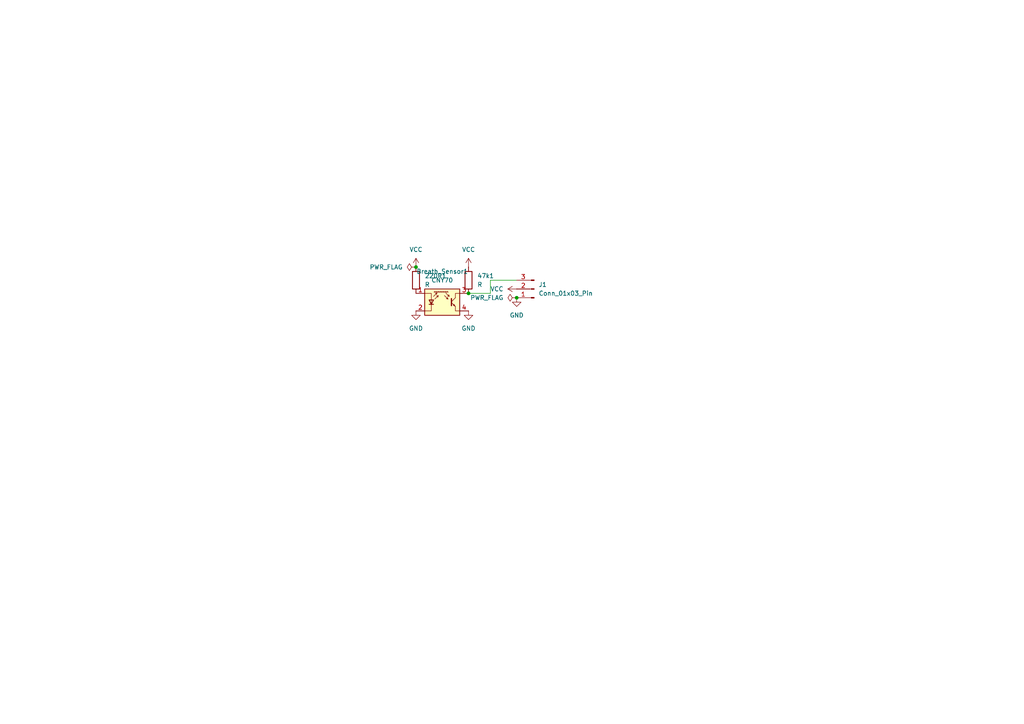
<source format=kicad_sch>
(kicad_sch (version 20231120) (generator "eeschema") (generator_version "8.0")
  (paper "A4")
  (lib_symbols
    (symbol "Connector:Conn_01x03_Pin" (pin_names (offset 1.016) hide)
      (property "Reference" "J" (at 0 5.08 0))
      (property "Value" "Conn_01x03_Pin" (at 0 -5.08 0))
      (symbol "Conn_01x03_Pin_1_1"
        (polyline (pts (xy 1.27 -2.54) (xy 0.8636 -2.54)) (stroke (width 0.1524)))
        (polyline (pts (xy 1.27 0) (xy 0.8636 0)) (stroke (width 0.1524)))
        (polyline (pts (xy 1.27 2.54) (xy 0.8636 2.54)) (stroke (width 0.1524)))
        (rectangle (start 0.8636 -2.413) (end 0 -2.667) (stroke (width 0.1524)) (fill (type outline)))
        (rectangle (start 0.8636 0.127) (end 0 -0.127) (stroke (width 0.1524)) (fill (type outline)))
        (rectangle (start 0.8636 2.667) (end 0 2.413) (stroke (width 0.1524)) (fill (type outline)))
        (pin passive line (at 5.08 2.54 180) (length 3.81) (name "Pin_1") (number "1"))
        (pin passive line (at 5.08 0 180) (length 3.81) (name "Pin_2") (number "2"))
        (pin passive line (at 5.08 -2.54 180) (length 3.81) (name "Pin_3") (number "3"))
      )
    )
    (symbol "Device:R" (pin_numbers hide) (pin_names (offset 0))
      (property "Reference" "R" (at 2.032 0 90))
      (property "Value" "R" (at 0 0 90))
      (symbol "R_0_1"
        (rectangle (start -1.016 -2.54) (end 1.016 2.54) (stroke (width 0.254)))
      )
      (symbol "R_1_1"
        (pin passive line (at 0 3.81 270) (length 1.27) (name "~") (number "1"))
        (pin passive line (at 0 -3.81 90) (length 1.27) (name "~") (number "2"))
      )
    )
    (symbol "Sensor_Proximity:CNY70" (pin_names (offset 1.016) hide)
      (property "Reference" "U" (at -5.08 5.08 0))
      (property "Value" "CNY70" (at 5.08 5.08 0))
      (symbol "CNY70_0_1"
        (polyline (pts (xy -3.81 -0.635) (xy -2.54 -0.635)) (stroke (width 0.254)))
        (polyline (pts (xy -2.286 2.921) (xy -2.032 3.175)))
        (polyline (pts (xy -1.778 2.921) (xy -1.524 3.175)))
        (polyline (pts (xy -1.524 2.667) (xy -1.651 2.159)))
        (polyline (pts (xy -1.27 2.921) (xy -1.016 3.175)))
        (polyline (pts (xy -1.143 1.905) (xy -1.27 1.397)))
        (polyline (pts (xy -0.762 2.921) (xy -0.508 3.175)))
        (polyline (pts (xy -0.254 2.921) (xy 0 3.175)))
        (polyline (pts (xy 0.254 2.921) (xy 0.508 3.175)))
        (polyline (pts (xy 0.762 2.921) (xy 1.016 3.175)))
        (polyline (pts (xy 1.27 2.921) (xy 1.524 3.175)))
        (polyline (pts (xy 1.651 0.889) (xy 1.143 1.016)))
        (polyline (pts (xy 1.778 2.921) (xy -2.413 2.921)))
        (polyline (pts (xy 2.032 1.651) (xy 1.524 1.778)))
        (polyline (pts (xy 2.667 -0.127) (xy 3.81 -1.27)))
        (polyline (pts (xy 2.667 0.127) (xy 3.81 1.27)))
        (polyline (pts (xy -2.54 1.651) (xy -1.524 2.667) (xy -2.032 2.54)))
        (polyline (pts (xy -2.159 0.889) (xy -1.143 1.905) (xy -1.651 1.778)))
        (polyline (pts (xy 0.635 1.905) (xy 1.651 0.889) (xy 1.524 1.397)))
        (polyline (pts (xy 1.016 2.667) (xy 2.032 1.651) (xy 1.905 2.159)))
        (polyline (pts (xy 2.667 1.016) (xy 2.667 -1.016) (xy 2.667 -1.016)) (stroke (width 0.3556)))
        (polyline (pts (xy 3.81 -1.27) (xy 3.81 -2.54) (xy 5.08 -2.54)))
        (polyline (pts (xy 3.81 1.27) (xy 3.81 2.54) (xy 5.08 2.54)))
        (polyline (pts (xy -5.08 -2.54) (xy -3.175 -2.54) (xy -3.175 2.54) (xy -5.08 2.54)))
        (polyline (pts (xy -3.175 -0.635) (xy -3.81 0.635) (xy -2.54 0.635) (xy -3.175 -0.635)) (stroke (width 0.254)))
        (polyline (pts (xy 3.683 -1.143) (xy 3.429 -0.635) (xy 3.175 -0.889) (xy 3.683 -1.143)))
        (polyline (pts (xy -5.08 -3.81) (xy 5.08 -3.81) (xy 5.08 3.81) (xy -5.08 3.81) (xy -5.08 -3.81)) (stroke (width 0.254)) (fill (type background)))
      )
      (symbol "CNY70_1_1"
        (pin passive line (at -7.62 2.54 0) (length 2.54) (name "A") (number "1"))
        (pin passive line (at -7.62 -2.54 0) (length 2.54) (name "K") (number "2"))
        (pin open_collector line (at 7.62 2.54 180) (length 2.54) (name "C") (number "3"))
        (pin open_emitter line (at 7.62 -2.54 180) (length 2.54) (name "E") (number "4"))
      )
    )
    (symbol "power:GND" (power) (pin_numbers hide) (pin_names (offset 0) hide)
      (property "Value" "GND" (at 0 -3.81 0))
      (symbol "GND_0_1"
        (polyline (pts (xy 0 0) (xy 0 -1.27) (xy 1.27 -1.27) (xy 0 -2.54) (xy -1.27 -1.27) (xy 0 -1.27)))
      )
      (symbol "GND_1_1"
        (pin power_in line (at 0 0 270) (length 0) (name "~") (number "1"))
      )
    )
    (symbol "power:PWR_FLAG" (power) (pin_numbers hide) (pin_names (offset 0) hide)
      (property "Value" "PWR_FLAG" (at 0 3.81 0))
      (symbol "PWR_FLAG_0_0"
        (pin power_out line (at 0 0 90) (length 0) (name "~") (number "1"))
      )
      (symbol "PWR_FLAG_0_1"
        (polyline (pts (xy 0 0) (xy 0 1.27) (xy -1.016 1.905) (xy 0 2.54) (xy 1.016 1.905) (xy 0 1.27)))
      )
    )
    (symbol "power:VCC" (power) (pin_numbers hide) (pin_names (offset 0) hide)
      (property "Value" "VCC" (at 0 3.556 0))
      (symbol "VCC_0_1"
        (polyline (pts (xy -0.762 1.27) (xy 0 2.54)))
        (polyline (pts (xy 0 0) (xy 0 2.54)))
        (polyline (pts (xy 0 2.54) (xy 0.762 1.27)))
      )
      (symbol "VCC_1_1"
        (pin power_in line (at 0 0 90) (length 0) (name "~") (number "1"))
      )
    )
  )
  (junction (at 149.86 86.36))
  (junction (at 120.65 77.47))
  (junction (at 135.89 85.09))
  (wire (pts (xy 135.89 85.09) (xy 142.24 85.09)))
  (wire (pts (xy 142.24 81.28) (xy 149.86 81.28)))
  (wire (pts (xy 142.24 85.09) (xy 142.24 81.28)))
  (symbol (lib_id "power:GND") (at 120.65 90.17 0) (unit 1)
    (property "Reference" "#PWR01" (effects (hide yes)))
    (property "Value" "GND" (at 120.65 95.25 0))
    (property "Description" "Power symbol creates a global label with name \"GND\" , ground" (effects (hide yes)))
  )
  (symbol (lib_id "power:GND") (at 135.89 90.17 0) (unit 1)
    (property "Reference" "#PWR03" (effects (hide yes)))
    (property "Value" "GND" (at 135.89 95.25 0))
    (property "Description" "Power symbol creates a global label with name \"GND\" , ground" (effects (hide yes)))
  )
  (symbol (lib_id "power:PWR_FLAG") (at 120.65 77.47 90) (unit 1)
    (property "Reference" "#FLG02" (effects (hide yes)))
    (property "Value" "PWR_FLAG" (at 116.84 77.4699 90) (effects (justify left)))
    (property "Description" "Special symbol for telling ERC where power comes from" (effects (hide yes)))
  )
  (symbol (lib_id "power:VCC") (at 149.86 83.82 90) (unit 1)
    (property "Reference" "#PWR05" (effects (hide yes)))
    (property "Value" "VCC" (at 146.05 83.8199 90) (effects (justify left)))
    (property "Description" "Power symbol creates a global label with name \"VCC\"" (effects (hide yes)))
  )
  (symbol (lib_id "power:VCC") (at 135.89 77.47 0) (unit 1)
    (property "Reference" "#PWR04" (effects (hide yes)))
    (property "Value" "VCC" (at 135.89 72.39 0))
    (property "Description" "Power symbol creates a global label with name \"VCC\"" (effects (hide yes)))
  )
  (symbol (lib_id "power:GND") (at 149.86 86.36 0) (unit 1)
    (property "Reference" "#PWR06" (effects (hide yes)))
    (property "Value" "GND" (at 149.86 91.44 0))
    (property "Description" "Power symbol creates a global label with name \"GND\" , ground" (effects (hide yes)))
  )
  (symbol (lib_id "Device:R") (at 135.89 81.28 0) (unit 1)
    (property "Reference" "47k1" (at 138.43 80.0099 0) (effects (justify left)))
    (property "Value" "R" (at 138.43 82.5499 0) (effects (justify left)))
    (property "Footprint" "Resistor_THT:R_Axial_DIN0204_L3.6mm_D1.6mm_P7.62mm_Horizontal" (effects (hide yes)))
    (property "Description" "Resistor" (effects (hide yes)))
  )
  (symbol (lib_id "power:PWR_FLAG") (at 149.86 86.36 90) (unit 1)
    (property "Reference" "#FLG01" (effects (hide yes)))
    (property "Value" "PWR_FLAG" (at 146.05 86.3599 90) (effects (justify left)))
    (property "Description" "Special symbol for telling ERC where power comes from" (effects (hide yes)))
  )
  (symbol (lib_id "Device:R") (at 120.65 81.28 0) (unit 1)
    (property "Reference" "220R1" (at 123.19 80.0099 0) (effects (justify left)))
    (property "Value" "R" (at 123.19 82.5499 0) (effects (justify left)))
    (property "Footprint" "Resistor_THT:R_Axial_DIN0204_L3.6mm_D1.6mm_P7.62mm_Horizontal" (effects (hide yes)))
    (property "Description" "Resistor" (effects (hide yes)))
  )
  (symbol (lib_id "power:VCC") (at 120.65 77.47 0) (unit 1)
    (property "Reference" "#PWR02" (effects (hide yes)))
    (property "Value" "VCC" (at 120.65 72.39 0))
    (property "Description" "Power symbol creates a global label with name \"VCC\"" (effects (hide yes)))
  )
  (symbol (lib_id "Sensor_Proximity:CNY70") (at 128.27 87.63 0) (unit 1)
    (property "Reference" "Breath_Sensor1" (at 128.27 78.74 0))
    (property "Value" "CNY70" (at 128.27 81.28 0))
    (property "Footprint" "OptoDevice:Vishay_CNY70" (effects (hide yes)))
    (property "Datasheet" "https://www.vishay.com/docs/83751/cny70.pdf" (effects (hide yes)))
    (property "Description" "Reflective Optical Sensor with Transistor Output" (effects (hide yes)))
  )
  (symbol (lib_id "Connector:Conn_01x03_Pin") (at 154.94 83.82 180) (unit 1)
    (property "Reference" "J1" (at 156.21 82.5499 0) (effects (justify right)))
    (property "Value" "Conn_01x03_Pin" (at 156.21 85.0899 0) (effects (justify right)))
    (property "Footprint" "Connector_PinHeader_2.54mm:PinHeader_1x03_P2.54mm_Horizontal" (effects (hide yes)))
    (property "Description" "Generic connector, single row, 01x03, script generated" (effects (hide yes)))
  )
)
</source>
